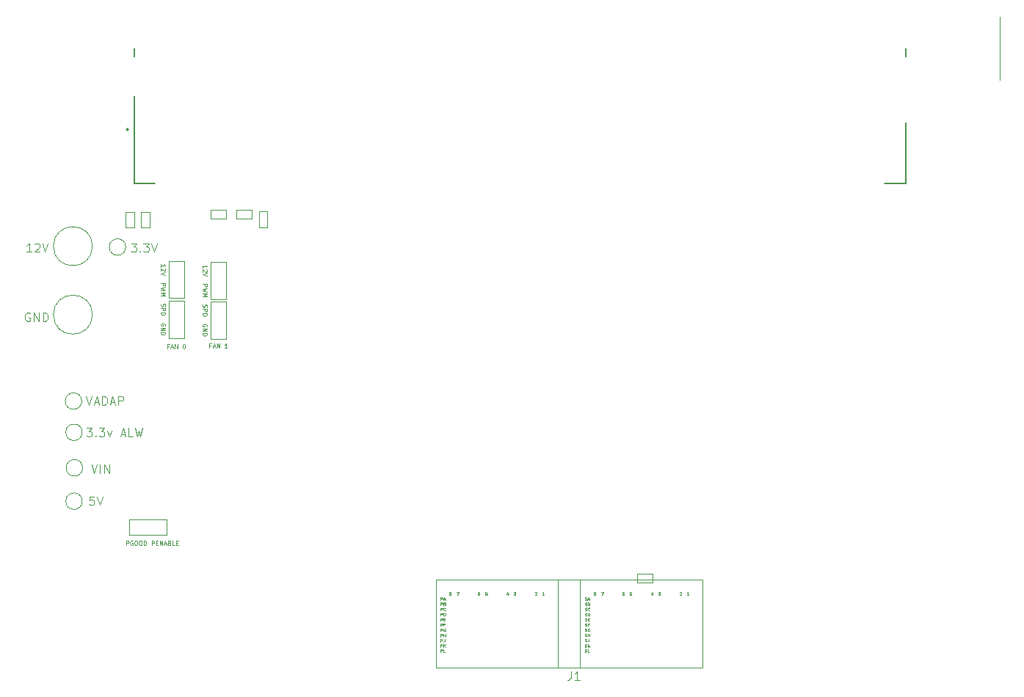
<source format=gbr>
%TF.GenerationSoftware,KiCad,Pcbnew,8.0.8*%
%TF.CreationDate,2025-08-06T16:05:48-04:00*%
%TF.ProjectId,pcie,70636965-2e6b-4696-9361-645f70636258,rev?*%
%TF.SameCoordinates,Original*%
%TF.FileFunction,Legend,Top*%
%TF.FilePolarity,Positive*%
%FSLAX46Y46*%
G04 Gerber Fmt 4.6, Leading zero omitted, Abs format (unit mm)*
G04 Created by KiCad (PCBNEW 8.0.8) date 2025-08-06 16:05:48*
%MOMM*%
%LPD*%
G01*
G04 APERTURE LIST*
%ADD10C,0.100000*%
%ADD11C,0.050000*%
%ADD12C,0.120000*%
%ADD13C,0.127000*%
%ADD14C,0.200000*%
G04 APERTURE END LIST*
D10*
X142834836Y-83708609D02*
X142834836Y-83208609D01*
X142834836Y-83208609D02*
X143025312Y-83208609D01*
X143025312Y-83208609D02*
X143072931Y-83232419D01*
X143072931Y-83232419D02*
X143096741Y-83256228D01*
X143096741Y-83256228D02*
X143120550Y-83303847D01*
X143120550Y-83303847D02*
X143120550Y-83375276D01*
X143120550Y-83375276D02*
X143096741Y-83422895D01*
X143096741Y-83422895D02*
X143072931Y-83446704D01*
X143072931Y-83446704D02*
X143025312Y-83470514D01*
X143025312Y-83470514D02*
X142834836Y-83470514D01*
X143334836Y-83446704D02*
X143501503Y-83446704D01*
X143572931Y-83708609D02*
X143334836Y-83708609D01*
X143334836Y-83708609D02*
X143334836Y-83208609D01*
X143334836Y-83208609D02*
X143572931Y-83208609D01*
X143787217Y-83708609D02*
X143787217Y-83208609D01*
X143787217Y-83208609D02*
X144072931Y-83708609D01*
X144072931Y-83708609D02*
X144072931Y-83208609D01*
X144287218Y-83565752D02*
X144525313Y-83565752D01*
X144239599Y-83708609D02*
X144406265Y-83208609D01*
X144406265Y-83208609D02*
X144572932Y-83708609D01*
X144906265Y-83446704D02*
X144977693Y-83470514D01*
X144977693Y-83470514D02*
X145001503Y-83494323D01*
X145001503Y-83494323D02*
X145025312Y-83541942D01*
X145025312Y-83541942D02*
X145025312Y-83613371D01*
X145025312Y-83613371D02*
X145001503Y-83660990D01*
X145001503Y-83660990D02*
X144977693Y-83684800D01*
X144977693Y-83684800D02*
X144930074Y-83708609D01*
X144930074Y-83708609D02*
X144739598Y-83708609D01*
X144739598Y-83708609D02*
X144739598Y-83208609D01*
X144739598Y-83208609D02*
X144906265Y-83208609D01*
X144906265Y-83208609D02*
X144953884Y-83232419D01*
X144953884Y-83232419D02*
X144977693Y-83256228D01*
X144977693Y-83256228D02*
X145001503Y-83303847D01*
X145001503Y-83303847D02*
X145001503Y-83351466D01*
X145001503Y-83351466D02*
X144977693Y-83399085D01*
X144977693Y-83399085D02*
X144953884Y-83422895D01*
X144953884Y-83422895D02*
X144906265Y-83446704D01*
X144906265Y-83446704D02*
X144739598Y-83446704D01*
X145477693Y-83708609D02*
X145239598Y-83708609D01*
X145239598Y-83708609D02*
X145239598Y-83208609D01*
X145644360Y-83446704D02*
X145811027Y-83446704D01*
X145882455Y-83708609D02*
X145644360Y-83708609D01*
X145644360Y-83708609D02*
X145644360Y-83208609D01*
X145644360Y-83208609D02*
X145882455Y-83208609D01*
X139884836Y-83683609D02*
X139884836Y-83183609D01*
X139884836Y-83183609D02*
X140075312Y-83183609D01*
X140075312Y-83183609D02*
X140122931Y-83207419D01*
X140122931Y-83207419D02*
X140146741Y-83231228D01*
X140146741Y-83231228D02*
X140170550Y-83278847D01*
X140170550Y-83278847D02*
X140170550Y-83350276D01*
X140170550Y-83350276D02*
X140146741Y-83397895D01*
X140146741Y-83397895D02*
X140122931Y-83421704D01*
X140122931Y-83421704D02*
X140075312Y-83445514D01*
X140075312Y-83445514D02*
X139884836Y-83445514D01*
X140646741Y-83207419D02*
X140599122Y-83183609D01*
X140599122Y-83183609D02*
X140527693Y-83183609D01*
X140527693Y-83183609D02*
X140456265Y-83207419D01*
X140456265Y-83207419D02*
X140408646Y-83255038D01*
X140408646Y-83255038D02*
X140384836Y-83302657D01*
X140384836Y-83302657D02*
X140361027Y-83397895D01*
X140361027Y-83397895D02*
X140361027Y-83469323D01*
X140361027Y-83469323D02*
X140384836Y-83564561D01*
X140384836Y-83564561D02*
X140408646Y-83612180D01*
X140408646Y-83612180D02*
X140456265Y-83659800D01*
X140456265Y-83659800D02*
X140527693Y-83683609D01*
X140527693Y-83683609D02*
X140575312Y-83683609D01*
X140575312Y-83683609D02*
X140646741Y-83659800D01*
X140646741Y-83659800D02*
X140670550Y-83635990D01*
X140670550Y-83635990D02*
X140670550Y-83469323D01*
X140670550Y-83469323D02*
X140575312Y-83469323D01*
X140980074Y-83183609D02*
X141075312Y-83183609D01*
X141075312Y-83183609D02*
X141122931Y-83207419D01*
X141122931Y-83207419D02*
X141170550Y-83255038D01*
X141170550Y-83255038D02*
X141194360Y-83350276D01*
X141194360Y-83350276D02*
X141194360Y-83516942D01*
X141194360Y-83516942D02*
X141170550Y-83612180D01*
X141170550Y-83612180D02*
X141122931Y-83659800D01*
X141122931Y-83659800D02*
X141075312Y-83683609D01*
X141075312Y-83683609D02*
X140980074Y-83683609D01*
X140980074Y-83683609D02*
X140932455Y-83659800D01*
X140932455Y-83659800D02*
X140884836Y-83612180D01*
X140884836Y-83612180D02*
X140861027Y-83516942D01*
X140861027Y-83516942D02*
X140861027Y-83350276D01*
X140861027Y-83350276D02*
X140884836Y-83255038D01*
X140884836Y-83255038D02*
X140932455Y-83207419D01*
X140932455Y-83207419D02*
X140980074Y-83183609D01*
X141503884Y-83183609D02*
X141599122Y-83183609D01*
X141599122Y-83183609D02*
X141646741Y-83207419D01*
X141646741Y-83207419D02*
X141694360Y-83255038D01*
X141694360Y-83255038D02*
X141718170Y-83350276D01*
X141718170Y-83350276D02*
X141718170Y-83516942D01*
X141718170Y-83516942D02*
X141694360Y-83612180D01*
X141694360Y-83612180D02*
X141646741Y-83659800D01*
X141646741Y-83659800D02*
X141599122Y-83683609D01*
X141599122Y-83683609D02*
X141503884Y-83683609D01*
X141503884Y-83683609D02*
X141456265Y-83659800D01*
X141456265Y-83659800D02*
X141408646Y-83612180D01*
X141408646Y-83612180D02*
X141384837Y-83516942D01*
X141384837Y-83516942D02*
X141384837Y-83350276D01*
X141384837Y-83350276D02*
X141408646Y-83255038D01*
X141408646Y-83255038D02*
X141456265Y-83207419D01*
X141456265Y-83207419D02*
X141503884Y-83183609D01*
X141932456Y-83683609D02*
X141932456Y-83183609D01*
X141932456Y-83183609D02*
X142051504Y-83183609D01*
X142051504Y-83183609D02*
X142122932Y-83207419D01*
X142122932Y-83207419D02*
X142170551Y-83255038D01*
X142170551Y-83255038D02*
X142194361Y-83302657D01*
X142194361Y-83302657D02*
X142218170Y-83397895D01*
X142218170Y-83397895D02*
X142218170Y-83469323D01*
X142218170Y-83469323D02*
X142194361Y-83564561D01*
X142194361Y-83564561D02*
X142170551Y-83612180D01*
X142170551Y-83612180D02*
X142122932Y-83659800D01*
X142122932Y-83659800D02*
X142051504Y-83683609D01*
X142051504Y-83683609D02*
X141932456Y-83683609D01*
X149676503Y-60671704D02*
X149509836Y-60671704D01*
X149509836Y-60933609D02*
X149509836Y-60433609D01*
X149509836Y-60433609D02*
X149747931Y-60433609D01*
X149914598Y-60790752D02*
X150152693Y-60790752D01*
X149866979Y-60933609D02*
X150033645Y-60433609D01*
X150033645Y-60433609D02*
X150200312Y-60933609D01*
X150366978Y-60933609D02*
X150366978Y-60433609D01*
X150366978Y-60433609D02*
X150652692Y-60933609D01*
X150652692Y-60933609D02*
X150652692Y-60433609D01*
X151533645Y-60933609D02*
X151247931Y-60933609D01*
X151390788Y-60933609D02*
X151390788Y-60433609D01*
X151390788Y-60433609D02*
X151343169Y-60505038D01*
X151343169Y-60505038D02*
X151295550Y-60552657D01*
X151295550Y-60552657D02*
X151247931Y-60576466D01*
X144826503Y-60746704D02*
X144659836Y-60746704D01*
X144659836Y-61008609D02*
X144659836Y-60508609D01*
X144659836Y-60508609D02*
X144897931Y-60508609D01*
X145064598Y-60865752D02*
X145302693Y-60865752D01*
X145016979Y-61008609D02*
X145183645Y-60508609D01*
X145183645Y-60508609D02*
X145350312Y-61008609D01*
X145516978Y-61008609D02*
X145516978Y-60508609D01*
X145516978Y-60508609D02*
X145802692Y-61008609D01*
X145802692Y-61008609D02*
X145802692Y-60508609D01*
X146516978Y-60508609D02*
X146564597Y-60508609D01*
X146564597Y-60508609D02*
X146612216Y-60532419D01*
X146612216Y-60532419D02*
X146636026Y-60556228D01*
X146636026Y-60556228D02*
X146659835Y-60603847D01*
X146659835Y-60603847D02*
X146683645Y-60699085D01*
X146683645Y-60699085D02*
X146683645Y-60818133D01*
X146683645Y-60818133D02*
X146659835Y-60913371D01*
X146659835Y-60913371D02*
X146636026Y-60960990D01*
X146636026Y-60960990D02*
X146612216Y-60984800D01*
X146612216Y-60984800D02*
X146564597Y-61008609D01*
X146564597Y-61008609D02*
X146516978Y-61008609D01*
X146516978Y-61008609D02*
X146469359Y-60984800D01*
X146469359Y-60984800D02*
X146445550Y-60960990D01*
X146445550Y-60960990D02*
X146421740Y-60913371D01*
X146421740Y-60913371D02*
X146397931Y-60818133D01*
X146397931Y-60818133D02*
X146397931Y-60699085D01*
X146397931Y-60699085D02*
X146421740Y-60603847D01*
X146421740Y-60603847D02*
X146445550Y-60556228D01*
X146445550Y-60556228D02*
X146469359Y-60532419D01*
X146469359Y-60532419D02*
X146516978Y-60508609D01*
D11*
X148708790Y-51698846D02*
X148708790Y-51413132D01*
X148708790Y-51555989D02*
X149208790Y-51555989D01*
X149208790Y-51555989D02*
X149137361Y-51508370D01*
X149137361Y-51508370D02*
X149089742Y-51460751D01*
X149089742Y-51460751D02*
X149065933Y-51413132D01*
X149161171Y-51889322D02*
X149184980Y-51913131D01*
X149184980Y-51913131D02*
X149208790Y-51960750D01*
X149208790Y-51960750D02*
X149208790Y-52079798D01*
X149208790Y-52079798D02*
X149184980Y-52127417D01*
X149184980Y-52127417D02*
X149161171Y-52151226D01*
X149161171Y-52151226D02*
X149113552Y-52175036D01*
X149113552Y-52175036D02*
X149065933Y-52175036D01*
X149065933Y-52175036D02*
X148994504Y-52151226D01*
X148994504Y-52151226D02*
X148708790Y-51865512D01*
X148708790Y-51865512D02*
X148708790Y-52175036D01*
X149208790Y-52317893D02*
X148708790Y-52484559D01*
X148708790Y-52484559D02*
X149208790Y-52651226D01*
X148708790Y-53579796D02*
X149208790Y-53579796D01*
X149208790Y-53579796D02*
X149208790Y-53770272D01*
X149208790Y-53770272D02*
X149184980Y-53817891D01*
X149184980Y-53817891D02*
X149161171Y-53841701D01*
X149161171Y-53841701D02*
X149113552Y-53865510D01*
X149113552Y-53865510D02*
X149042123Y-53865510D01*
X149042123Y-53865510D02*
X148994504Y-53841701D01*
X148994504Y-53841701D02*
X148970695Y-53817891D01*
X148970695Y-53817891D02*
X148946885Y-53770272D01*
X148946885Y-53770272D02*
X148946885Y-53579796D01*
X149208790Y-54032177D02*
X148708790Y-54151225D01*
X148708790Y-54151225D02*
X149065933Y-54246463D01*
X149065933Y-54246463D02*
X148708790Y-54341701D01*
X148708790Y-54341701D02*
X149208790Y-54460749D01*
X148708790Y-54651225D02*
X149208790Y-54651225D01*
X149208790Y-54651225D02*
X148851647Y-54817892D01*
X148851647Y-54817892D02*
X149208790Y-54984558D01*
X149208790Y-54984558D02*
X148708790Y-54984558D01*
X148732600Y-55960749D02*
X148708790Y-56032177D01*
X148708790Y-56032177D02*
X148708790Y-56151225D01*
X148708790Y-56151225D02*
X148732600Y-56198844D01*
X148732600Y-56198844D02*
X148756409Y-56222653D01*
X148756409Y-56222653D02*
X148804028Y-56246463D01*
X148804028Y-56246463D02*
X148851647Y-56246463D01*
X148851647Y-56246463D02*
X148899266Y-56222653D01*
X148899266Y-56222653D02*
X148923076Y-56198844D01*
X148923076Y-56198844D02*
X148946885Y-56151225D01*
X148946885Y-56151225D02*
X148970695Y-56055987D01*
X148970695Y-56055987D02*
X148994504Y-56008368D01*
X148994504Y-56008368D02*
X149018314Y-55984558D01*
X149018314Y-55984558D02*
X149065933Y-55960749D01*
X149065933Y-55960749D02*
X149113552Y-55960749D01*
X149113552Y-55960749D02*
X149161171Y-55984558D01*
X149161171Y-55984558D02*
X149184980Y-56008368D01*
X149184980Y-56008368D02*
X149208790Y-56055987D01*
X149208790Y-56055987D02*
X149208790Y-56175034D01*
X149208790Y-56175034D02*
X149184980Y-56246463D01*
X148708790Y-56460748D02*
X149208790Y-56460748D01*
X149208790Y-56460748D02*
X149208790Y-56651224D01*
X149208790Y-56651224D02*
X149184980Y-56698843D01*
X149184980Y-56698843D02*
X149161171Y-56722653D01*
X149161171Y-56722653D02*
X149113552Y-56746462D01*
X149113552Y-56746462D02*
X149042123Y-56746462D01*
X149042123Y-56746462D02*
X148994504Y-56722653D01*
X148994504Y-56722653D02*
X148970695Y-56698843D01*
X148970695Y-56698843D02*
X148946885Y-56651224D01*
X148946885Y-56651224D02*
X148946885Y-56460748D01*
X148708790Y-56960748D02*
X149208790Y-56960748D01*
X149208790Y-56960748D02*
X149208790Y-57079796D01*
X149208790Y-57079796D02*
X149184980Y-57151224D01*
X149184980Y-57151224D02*
X149137361Y-57198843D01*
X149137361Y-57198843D02*
X149089742Y-57222653D01*
X149089742Y-57222653D02*
X148994504Y-57246462D01*
X148994504Y-57246462D02*
X148923076Y-57246462D01*
X148923076Y-57246462D02*
X148827838Y-57222653D01*
X148827838Y-57222653D02*
X148780219Y-57198843D01*
X148780219Y-57198843D02*
X148732600Y-57151224D01*
X148732600Y-57151224D02*
X148708790Y-57079796D01*
X148708790Y-57079796D02*
X148708790Y-56960748D01*
X149184980Y-58484557D02*
X149208790Y-58436938D01*
X149208790Y-58436938D02*
X149208790Y-58365509D01*
X149208790Y-58365509D02*
X149184980Y-58294081D01*
X149184980Y-58294081D02*
X149137361Y-58246462D01*
X149137361Y-58246462D02*
X149089742Y-58222652D01*
X149089742Y-58222652D02*
X148994504Y-58198843D01*
X148994504Y-58198843D02*
X148923076Y-58198843D01*
X148923076Y-58198843D02*
X148827838Y-58222652D01*
X148827838Y-58222652D02*
X148780219Y-58246462D01*
X148780219Y-58246462D02*
X148732600Y-58294081D01*
X148732600Y-58294081D02*
X148708790Y-58365509D01*
X148708790Y-58365509D02*
X148708790Y-58413128D01*
X148708790Y-58413128D02*
X148732600Y-58484557D01*
X148732600Y-58484557D02*
X148756409Y-58508366D01*
X148756409Y-58508366D02*
X148923076Y-58508366D01*
X148923076Y-58508366D02*
X148923076Y-58413128D01*
X148708790Y-58722652D02*
X149208790Y-58722652D01*
X149208790Y-58722652D02*
X148708790Y-59008366D01*
X148708790Y-59008366D02*
X149208790Y-59008366D01*
X148708790Y-59246462D02*
X149208790Y-59246462D01*
X149208790Y-59246462D02*
X149208790Y-59365510D01*
X149208790Y-59365510D02*
X149184980Y-59436938D01*
X149184980Y-59436938D02*
X149137361Y-59484557D01*
X149137361Y-59484557D02*
X149089742Y-59508367D01*
X149089742Y-59508367D02*
X148994504Y-59532176D01*
X148994504Y-59532176D02*
X148923076Y-59532176D01*
X148923076Y-59532176D02*
X148827838Y-59508367D01*
X148827838Y-59508367D02*
X148780219Y-59484557D01*
X148780219Y-59484557D02*
X148732600Y-59436938D01*
X148732600Y-59436938D02*
X148708790Y-59365510D01*
X148708790Y-59365510D02*
X148708790Y-59246462D01*
X143908790Y-51593846D02*
X143908790Y-51308132D01*
X143908790Y-51450989D02*
X144408790Y-51450989D01*
X144408790Y-51450989D02*
X144337361Y-51403370D01*
X144337361Y-51403370D02*
X144289742Y-51355751D01*
X144289742Y-51355751D02*
X144265933Y-51308132D01*
X144361171Y-51784322D02*
X144384980Y-51808131D01*
X144384980Y-51808131D02*
X144408790Y-51855750D01*
X144408790Y-51855750D02*
X144408790Y-51974798D01*
X144408790Y-51974798D02*
X144384980Y-52022417D01*
X144384980Y-52022417D02*
X144361171Y-52046226D01*
X144361171Y-52046226D02*
X144313552Y-52070036D01*
X144313552Y-52070036D02*
X144265933Y-52070036D01*
X144265933Y-52070036D02*
X144194504Y-52046226D01*
X144194504Y-52046226D02*
X143908790Y-51760512D01*
X143908790Y-51760512D02*
X143908790Y-52070036D01*
X144408790Y-52212893D02*
X143908790Y-52379559D01*
X143908790Y-52379559D02*
X144408790Y-52546226D01*
X143908790Y-53474796D02*
X144408790Y-53474796D01*
X144408790Y-53474796D02*
X144408790Y-53665272D01*
X144408790Y-53665272D02*
X144384980Y-53712891D01*
X144384980Y-53712891D02*
X144361171Y-53736701D01*
X144361171Y-53736701D02*
X144313552Y-53760510D01*
X144313552Y-53760510D02*
X144242123Y-53760510D01*
X144242123Y-53760510D02*
X144194504Y-53736701D01*
X144194504Y-53736701D02*
X144170695Y-53712891D01*
X144170695Y-53712891D02*
X144146885Y-53665272D01*
X144146885Y-53665272D02*
X144146885Y-53474796D01*
X144408790Y-53927177D02*
X143908790Y-54046225D01*
X143908790Y-54046225D02*
X144265933Y-54141463D01*
X144265933Y-54141463D02*
X143908790Y-54236701D01*
X143908790Y-54236701D02*
X144408790Y-54355749D01*
X143908790Y-54546225D02*
X144408790Y-54546225D01*
X144408790Y-54546225D02*
X144051647Y-54712892D01*
X144051647Y-54712892D02*
X144408790Y-54879558D01*
X144408790Y-54879558D02*
X143908790Y-54879558D01*
X143932600Y-55855749D02*
X143908790Y-55927177D01*
X143908790Y-55927177D02*
X143908790Y-56046225D01*
X143908790Y-56046225D02*
X143932600Y-56093844D01*
X143932600Y-56093844D02*
X143956409Y-56117653D01*
X143956409Y-56117653D02*
X144004028Y-56141463D01*
X144004028Y-56141463D02*
X144051647Y-56141463D01*
X144051647Y-56141463D02*
X144099266Y-56117653D01*
X144099266Y-56117653D02*
X144123076Y-56093844D01*
X144123076Y-56093844D02*
X144146885Y-56046225D01*
X144146885Y-56046225D02*
X144170695Y-55950987D01*
X144170695Y-55950987D02*
X144194504Y-55903368D01*
X144194504Y-55903368D02*
X144218314Y-55879558D01*
X144218314Y-55879558D02*
X144265933Y-55855749D01*
X144265933Y-55855749D02*
X144313552Y-55855749D01*
X144313552Y-55855749D02*
X144361171Y-55879558D01*
X144361171Y-55879558D02*
X144384980Y-55903368D01*
X144384980Y-55903368D02*
X144408790Y-55950987D01*
X144408790Y-55950987D02*
X144408790Y-56070034D01*
X144408790Y-56070034D02*
X144384980Y-56141463D01*
X143908790Y-56355748D02*
X144408790Y-56355748D01*
X144408790Y-56355748D02*
X144408790Y-56546224D01*
X144408790Y-56546224D02*
X144384980Y-56593843D01*
X144384980Y-56593843D02*
X144361171Y-56617653D01*
X144361171Y-56617653D02*
X144313552Y-56641462D01*
X144313552Y-56641462D02*
X144242123Y-56641462D01*
X144242123Y-56641462D02*
X144194504Y-56617653D01*
X144194504Y-56617653D02*
X144170695Y-56593843D01*
X144170695Y-56593843D02*
X144146885Y-56546224D01*
X144146885Y-56546224D02*
X144146885Y-56355748D01*
X143908790Y-56855748D02*
X144408790Y-56855748D01*
X144408790Y-56855748D02*
X144408790Y-56974796D01*
X144408790Y-56974796D02*
X144384980Y-57046224D01*
X144384980Y-57046224D02*
X144337361Y-57093843D01*
X144337361Y-57093843D02*
X144289742Y-57117653D01*
X144289742Y-57117653D02*
X144194504Y-57141462D01*
X144194504Y-57141462D02*
X144123076Y-57141462D01*
X144123076Y-57141462D02*
X144027838Y-57117653D01*
X144027838Y-57117653D02*
X143980219Y-57093843D01*
X143980219Y-57093843D02*
X143932600Y-57046224D01*
X143932600Y-57046224D02*
X143908790Y-56974796D01*
X143908790Y-56974796D02*
X143908790Y-56855748D01*
X144384980Y-58379557D02*
X144408790Y-58331938D01*
X144408790Y-58331938D02*
X144408790Y-58260509D01*
X144408790Y-58260509D02*
X144384980Y-58189081D01*
X144384980Y-58189081D02*
X144337361Y-58141462D01*
X144337361Y-58141462D02*
X144289742Y-58117652D01*
X144289742Y-58117652D02*
X144194504Y-58093843D01*
X144194504Y-58093843D02*
X144123076Y-58093843D01*
X144123076Y-58093843D02*
X144027838Y-58117652D01*
X144027838Y-58117652D02*
X143980219Y-58141462D01*
X143980219Y-58141462D02*
X143932600Y-58189081D01*
X143932600Y-58189081D02*
X143908790Y-58260509D01*
X143908790Y-58260509D02*
X143908790Y-58308128D01*
X143908790Y-58308128D02*
X143932600Y-58379557D01*
X143932600Y-58379557D02*
X143956409Y-58403366D01*
X143956409Y-58403366D02*
X144123076Y-58403366D01*
X144123076Y-58403366D02*
X144123076Y-58308128D01*
X143908790Y-58617652D02*
X144408790Y-58617652D01*
X144408790Y-58617652D02*
X143908790Y-58903366D01*
X143908790Y-58903366D02*
X144408790Y-58903366D01*
X143908790Y-59141462D02*
X144408790Y-59141462D01*
X144408790Y-59141462D02*
X144408790Y-59260510D01*
X144408790Y-59260510D02*
X144384980Y-59331938D01*
X144384980Y-59331938D02*
X144337361Y-59379557D01*
X144337361Y-59379557D02*
X144289742Y-59403367D01*
X144289742Y-59403367D02*
X144194504Y-59427176D01*
X144194504Y-59427176D02*
X144123076Y-59427176D01*
X144123076Y-59427176D02*
X144027838Y-59403367D01*
X144027838Y-59403367D02*
X143980219Y-59379557D01*
X143980219Y-59379557D02*
X143932600Y-59331938D01*
X143932600Y-59331938D02*
X143908790Y-59260510D01*
X143908790Y-59260510D02*
X143908790Y-59141462D01*
D10*
X135286027Y-66512475D02*
X135619360Y-67512475D01*
X135619360Y-67512475D02*
X135952693Y-66512475D01*
X136238408Y-67226760D02*
X136714598Y-67226760D01*
X136143170Y-67512475D02*
X136476503Y-66512475D01*
X136476503Y-66512475D02*
X136809836Y-67512475D01*
X137143170Y-67512475D02*
X137143170Y-66512475D01*
X137143170Y-66512475D02*
X137381265Y-66512475D01*
X137381265Y-66512475D02*
X137524122Y-66560094D01*
X137524122Y-66560094D02*
X137619360Y-66655332D01*
X137619360Y-66655332D02*
X137666979Y-66750570D01*
X137666979Y-66750570D02*
X137714598Y-66941046D01*
X137714598Y-66941046D02*
X137714598Y-67083903D01*
X137714598Y-67083903D02*
X137666979Y-67274379D01*
X137666979Y-67274379D02*
X137619360Y-67369617D01*
X137619360Y-67369617D02*
X137524122Y-67464856D01*
X137524122Y-67464856D02*
X137381265Y-67512475D01*
X137381265Y-67512475D02*
X137143170Y-67512475D01*
X138095551Y-67226760D02*
X138571741Y-67226760D01*
X138000313Y-67512475D02*
X138333646Y-66512475D01*
X138333646Y-66512475D02*
X138666979Y-67512475D01*
X139000313Y-67512475D02*
X139000313Y-66512475D01*
X139000313Y-66512475D02*
X139381265Y-66512475D01*
X139381265Y-66512475D02*
X139476503Y-66560094D01*
X139476503Y-66560094D02*
X139524122Y-66607713D01*
X139524122Y-66607713D02*
X139571741Y-66702951D01*
X139571741Y-66702951D02*
X139571741Y-66845808D01*
X139571741Y-66845808D02*
X139524122Y-66941046D01*
X139524122Y-66941046D02*
X139476503Y-66988665D01*
X139476503Y-66988665D02*
X139381265Y-67036284D01*
X139381265Y-67036284D02*
X139000313Y-67036284D01*
X135333646Y-70172419D02*
X135952693Y-70172419D01*
X135952693Y-70172419D02*
X135619360Y-70553371D01*
X135619360Y-70553371D02*
X135762217Y-70553371D01*
X135762217Y-70553371D02*
X135857455Y-70600990D01*
X135857455Y-70600990D02*
X135905074Y-70648609D01*
X135905074Y-70648609D02*
X135952693Y-70743847D01*
X135952693Y-70743847D02*
X135952693Y-70981942D01*
X135952693Y-70981942D02*
X135905074Y-71077180D01*
X135905074Y-71077180D02*
X135857455Y-71124800D01*
X135857455Y-71124800D02*
X135762217Y-71172419D01*
X135762217Y-71172419D02*
X135476503Y-71172419D01*
X135476503Y-71172419D02*
X135381265Y-71124800D01*
X135381265Y-71124800D02*
X135333646Y-71077180D01*
X136381265Y-71077180D02*
X136428884Y-71124800D01*
X136428884Y-71124800D02*
X136381265Y-71172419D01*
X136381265Y-71172419D02*
X136333646Y-71124800D01*
X136333646Y-71124800D02*
X136381265Y-71077180D01*
X136381265Y-71077180D02*
X136381265Y-71172419D01*
X136762217Y-70172419D02*
X137381264Y-70172419D01*
X137381264Y-70172419D02*
X137047931Y-70553371D01*
X137047931Y-70553371D02*
X137190788Y-70553371D01*
X137190788Y-70553371D02*
X137286026Y-70600990D01*
X137286026Y-70600990D02*
X137333645Y-70648609D01*
X137333645Y-70648609D02*
X137381264Y-70743847D01*
X137381264Y-70743847D02*
X137381264Y-70981942D01*
X137381264Y-70981942D02*
X137333645Y-71077180D01*
X137333645Y-71077180D02*
X137286026Y-71124800D01*
X137286026Y-71124800D02*
X137190788Y-71172419D01*
X137190788Y-71172419D02*
X136905074Y-71172419D01*
X136905074Y-71172419D02*
X136809836Y-71124800D01*
X136809836Y-71124800D02*
X136762217Y-71077180D01*
X137714598Y-70505752D02*
X137952693Y-71172419D01*
X137952693Y-71172419D02*
X138190788Y-70505752D01*
X139286027Y-70886704D02*
X139762217Y-70886704D01*
X139190789Y-71172419D02*
X139524122Y-70172419D01*
X139524122Y-70172419D02*
X139857455Y-71172419D01*
X140666979Y-71172419D02*
X140190789Y-71172419D01*
X140190789Y-71172419D02*
X140190789Y-70172419D01*
X140905075Y-70172419D02*
X141143170Y-71172419D01*
X141143170Y-71172419D02*
X141333646Y-70458133D01*
X141333646Y-70458133D02*
X141524122Y-71172419D01*
X141524122Y-71172419D02*
X141762218Y-70172419D01*
X135886027Y-74372419D02*
X136219360Y-75372419D01*
X136219360Y-75372419D02*
X136552693Y-74372419D01*
X136886027Y-75372419D02*
X136886027Y-74372419D01*
X137362217Y-75372419D02*
X137362217Y-74372419D01*
X137362217Y-74372419D02*
X137933645Y-75372419D01*
X137933645Y-75372419D02*
X137933645Y-74372419D01*
X136155074Y-78072419D02*
X135678884Y-78072419D01*
X135678884Y-78072419D02*
X135631265Y-78548609D01*
X135631265Y-78548609D02*
X135678884Y-78500990D01*
X135678884Y-78500990D02*
X135774122Y-78453371D01*
X135774122Y-78453371D02*
X136012217Y-78453371D01*
X136012217Y-78453371D02*
X136107455Y-78500990D01*
X136107455Y-78500990D02*
X136155074Y-78548609D01*
X136155074Y-78548609D02*
X136202693Y-78643847D01*
X136202693Y-78643847D02*
X136202693Y-78881942D01*
X136202693Y-78881942D02*
X136155074Y-78977180D01*
X136155074Y-78977180D02*
X136107455Y-79024800D01*
X136107455Y-79024800D02*
X136012217Y-79072419D01*
X136012217Y-79072419D02*
X135774122Y-79072419D01*
X135774122Y-79072419D02*
X135678884Y-79024800D01*
X135678884Y-79024800D02*
X135631265Y-78977180D01*
X136488408Y-78072419D02*
X136821741Y-79072419D01*
X136821741Y-79072419D02*
X137155074Y-78072419D01*
X128777693Y-56920038D02*
X128682455Y-56872419D01*
X128682455Y-56872419D02*
X128539598Y-56872419D01*
X128539598Y-56872419D02*
X128396741Y-56920038D01*
X128396741Y-56920038D02*
X128301503Y-57015276D01*
X128301503Y-57015276D02*
X128253884Y-57110514D01*
X128253884Y-57110514D02*
X128206265Y-57300990D01*
X128206265Y-57300990D02*
X128206265Y-57443847D01*
X128206265Y-57443847D02*
X128253884Y-57634323D01*
X128253884Y-57634323D02*
X128301503Y-57729561D01*
X128301503Y-57729561D02*
X128396741Y-57824800D01*
X128396741Y-57824800D02*
X128539598Y-57872419D01*
X128539598Y-57872419D02*
X128634836Y-57872419D01*
X128634836Y-57872419D02*
X128777693Y-57824800D01*
X128777693Y-57824800D02*
X128825312Y-57777180D01*
X128825312Y-57777180D02*
X128825312Y-57443847D01*
X128825312Y-57443847D02*
X128634836Y-57443847D01*
X129253884Y-57872419D02*
X129253884Y-56872419D01*
X129253884Y-56872419D02*
X129825312Y-57872419D01*
X129825312Y-57872419D02*
X129825312Y-56872419D01*
X130301503Y-57872419D02*
X130301503Y-56872419D01*
X130301503Y-56872419D02*
X130539598Y-56872419D01*
X130539598Y-56872419D02*
X130682455Y-56920038D01*
X130682455Y-56920038D02*
X130777693Y-57015276D01*
X130777693Y-57015276D02*
X130825312Y-57110514D01*
X130825312Y-57110514D02*
X130872931Y-57300990D01*
X130872931Y-57300990D02*
X130872931Y-57443847D01*
X130872931Y-57443847D02*
X130825312Y-57634323D01*
X130825312Y-57634323D02*
X130777693Y-57729561D01*
X130777693Y-57729561D02*
X130682455Y-57824800D01*
X130682455Y-57824800D02*
X130539598Y-57872419D01*
X130539598Y-57872419D02*
X130301503Y-57872419D01*
X140458646Y-48872419D02*
X141077693Y-48872419D01*
X141077693Y-48872419D02*
X140744360Y-49253371D01*
X140744360Y-49253371D02*
X140887217Y-49253371D01*
X140887217Y-49253371D02*
X140982455Y-49300990D01*
X140982455Y-49300990D02*
X141030074Y-49348609D01*
X141030074Y-49348609D02*
X141077693Y-49443847D01*
X141077693Y-49443847D02*
X141077693Y-49681942D01*
X141077693Y-49681942D02*
X141030074Y-49777180D01*
X141030074Y-49777180D02*
X140982455Y-49824800D01*
X140982455Y-49824800D02*
X140887217Y-49872419D01*
X140887217Y-49872419D02*
X140601503Y-49872419D01*
X140601503Y-49872419D02*
X140506265Y-49824800D01*
X140506265Y-49824800D02*
X140458646Y-49777180D01*
X141506265Y-49777180D02*
X141553884Y-49824800D01*
X141553884Y-49824800D02*
X141506265Y-49872419D01*
X141506265Y-49872419D02*
X141458646Y-49824800D01*
X141458646Y-49824800D02*
X141506265Y-49777180D01*
X141506265Y-49777180D02*
X141506265Y-49872419D01*
X141887217Y-48872419D02*
X142506264Y-48872419D01*
X142506264Y-48872419D02*
X142172931Y-49253371D01*
X142172931Y-49253371D02*
X142315788Y-49253371D01*
X142315788Y-49253371D02*
X142411026Y-49300990D01*
X142411026Y-49300990D02*
X142458645Y-49348609D01*
X142458645Y-49348609D02*
X142506264Y-49443847D01*
X142506264Y-49443847D02*
X142506264Y-49681942D01*
X142506264Y-49681942D02*
X142458645Y-49777180D01*
X142458645Y-49777180D02*
X142411026Y-49824800D01*
X142411026Y-49824800D02*
X142315788Y-49872419D01*
X142315788Y-49872419D02*
X142030074Y-49872419D01*
X142030074Y-49872419D02*
X141934836Y-49824800D01*
X141934836Y-49824800D02*
X141887217Y-49777180D01*
X142791979Y-48872419D02*
X143125312Y-49872419D01*
X143125312Y-49872419D02*
X143458645Y-48872419D01*
X128977693Y-49872419D02*
X128406265Y-49872419D01*
X128691979Y-49872419D02*
X128691979Y-48872419D01*
X128691979Y-48872419D02*
X128596741Y-49015276D01*
X128596741Y-49015276D02*
X128501503Y-49110514D01*
X128501503Y-49110514D02*
X128406265Y-49158133D01*
X129358646Y-48967657D02*
X129406265Y-48920038D01*
X129406265Y-48920038D02*
X129501503Y-48872419D01*
X129501503Y-48872419D02*
X129739598Y-48872419D01*
X129739598Y-48872419D02*
X129834836Y-48920038D01*
X129834836Y-48920038D02*
X129882455Y-48967657D01*
X129882455Y-48967657D02*
X129930074Y-49062895D01*
X129930074Y-49062895D02*
X129930074Y-49158133D01*
X129930074Y-49158133D02*
X129882455Y-49300990D01*
X129882455Y-49300990D02*
X129311027Y-49872419D01*
X129311027Y-49872419D02*
X129930074Y-49872419D01*
X130215789Y-48872419D02*
X130549122Y-49872419D01*
X130549122Y-49872419D02*
X130882455Y-48872419D01*
X240640000Y-30000000D02*
X240640000Y-22700000D01*
X191186666Y-98257419D02*
X191186666Y-98971704D01*
X191186666Y-98971704D02*
X191139047Y-99114561D01*
X191139047Y-99114561D02*
X191043809Y-99209800D01*
X191043809Y-99209800D02*
X190900952Y-99257419D01*
X190900952Y-99257419D02*
X190805714Y-99257419D01*
X192186666Y-99257419D02*
X191615238Y-99257419D01*
X191900952Y-99257419D02*
X191900952Y-98257419D01*
X191900952Y-98257419D02*
X191805714Y-98400276D01*
X191805714Y-98400276D02*
X191710476Y-98495514D01*
X191710476Y-98495514D02*
X191615238Y-98543133D01*
D11*
X176166227Y-90640685D02*
X176166227Y-90340685D01*
X176166227Y-90340685D02*
X176299560Y-90340685D01*
X176299560Y-90340685D02*
X176332894Y-90354971D01*
X176332894Y-90354971D02*
X176349560Y-90369257D01*
X176349560Y-90369257D02*
X176366227Y-90397828D01*
X176366227Y-90397828D02*
X176366227Y-90440685D01*
X176366227Y-90440685D02*
X176349560Y-90469257D01*
X176349560Y-90469257D02*
X176332894Y-90483542D01*
X176332894Y-90483542D02*
X176299560Y-90497828D01*
X176299560Y-90497828D02*
X176166227Y-90497828D01*
X176632894Y-90483542D02*
X176682894Y-90497828D01*
X176682894Y-90497828D02*
X176699560Y-90512114D01*
X176699560Y-90512114D02*
X176716227Y-90540685D01*
X176716227Y-90540685D02*
X176716227Y-90583542D01*
X176716227Y-90583542D02*
X176699560Y-90612114D01*
X176699560Y-90612114D02*
X176682894Y-90626400D01*
X176682894Y-90626400D02*
X176649560Y-90640685D01*
X176649560Y-90640685D02*
X176516227Y-90640685D01*
X176516227Y-90640685D02*
X176516227Y-90340685D01*
X176516227Y-90340685D02*
X176632894Y-90340685D01*
X176632894Y-90340685D02*
X176666227Y-90354971D01*
X176666227Y-90354971D02*
X176682894Y-90369257D01*
X176682894Y-90369257D02*
X176699560Y-90397828D01*
X176699560Y-90397828D02*
X176699560Y-90426400D01*
X176699560Y-90426400D02*
X176682894Y-90454971D01*
X176682894Y-90454971D02*
X176666227Y-90469257D01*
X176666227Y-90469257D02*
X176632894Y-90483542D01*
X176632894Y-90483542D02*
X176516227Y-90483542D01*
X176166227Y-95440685D02*
X176166227Y-95140685D01*
X176166227Y-95140685D02*
X176299560Y-95140685D01*
X176299560Y-95140685D02*
X176332894Y-95154971D01*
X176332894Y-95154971D02*
X176349560Y-95169257D01*
X176349560Y-95169257D02*
X176366227Y-95197828D01*
X176366227Y-95197828D02*
X176366227Y-95240685D01*
X176366227Y-95240685D02*
X176349560Y-95269257D01*
X176349560Y-95269257D02*
X176332894Y-95283542D01*
X176332894Y-95283542D02*
X176299560Y-95297828D01*
X176299560Y-95297828D02*
X176166227Y-95297828D01*
X176516227Y-95440685D02*
X176516227Y-95140685D01*
X176716227Y-95440685D02*
X176566227Y-95269257D01*
X176716227Y-95140685D02*
X176516227Y-95312114D01*
X188120000Y-89440685D02*
X187920000Y-89440685D01*
X188020000Y-89440685D02*
X188020000Y-89140685D01*
X188020000Y-89140685D02*
X187986667Y-89183542D01*
X187986667Y-89183542D02*
X187953334Y-89212114D01*
X187953334Y-89212114D02*
X187920000Y-89226400D01*
X183926667Y-89240685D02*
X183926667Y-89440685D01*
X183843334Y-89126400D02*
X183760000Y-89340685D01*
X183760000Y-89340685D02*
X183976667Y-89340685D01*
X192809560Y-94816400D02*
X192859560Y-94830685D01*
X192859560Y-94830685D02*
X192942894Y-94830685D01*
X192942894Y-94830685D02*
X192976227Y-94816400D01*
X192976227Y-94816400D02*
X192992894Y-94802114D01*
X192992894Y-94802114D02*
X193009560Y-94773542D01*
X193009560Y-94773542D02*
X193009560Y-94744971D01*
X193009560Y-94744971D02*
X192992894Y-94716400D01*
X192992894Y-94716400D02*
X192976227Y-94702114D01*
X192976227Y-94702114D02*
X192942894Y-94687828D01*
X192942894Y-94687828D02*
X192876227Y-94673542D01*
X192876227Y-94673542D02*
X192842894Y-94659257D01*
X192842894Y-94659257D02*
X192826227Y-94644971D01*
X192826227Y-94644971D02*
X192809560Y-94616400D01*
X192809560Y-94616400D02*
X192809560Y-94587828D01*
X192809560Y-94587828D02*
X192826227Y-94559257D01*
X192826227Y-94559257D02*
X192842894Y-94544971D01*
X192842894Y-94544971D02*
X192876227Y-94530685D01*
X192876227Y-94530685D02*
X192959560Y-94530685D01*
X192959560Y-94530685D02*
X193009560Y-94544971D01*
X193259560Y-94530685D02*
X193259560Y-94744971D01*
X193259560Y-94744971D02*
X193242893Y-94787828D01*
X193242893Y-94787828D02*
X193209560Y-94816400D01*
X193209560Y-94816400D02*
X193159560Y-94830685D01*
X193159560Y-94830685D02*
X193126227Y-94830685D01*
X192809560Y-95416400D02*
X192859560Y-95430685D01*
X192859560Y-95430685D02*
X192942894Y-95430685D01*
X192942894Y-95430685D02*
X192976227Y-95416400D01*
X192976227Y-95416400D02*
X192992894Y-95402114D01*
X192992894Y-95402114D02*
X193009560Y-95373542D01*
X193009560Y-95373542D02*
X193009560Y-95344971D01*
X193009560Y-95344971D02*
X192992894Y-95316400D01*
X192992894Y-95316400D02*
X192976227Y-95302114D01*
X192976227Y-95302114D02*
X192942894Y-95287828D01*
X192942894Y-95287828D02*
X192876227Y-95273542D01*
X192876227Y-95273542D02*
X192842894Y-95259257D01*
X192842894Y-95259257D02*
X192826227Y-95244971D01*
X192826227Y-95244971D02*
X192809560Y-95216400D01*
X192809560Y-95216400D02*
X192809560Y-95187828D01*
X192809560Y-95187828D02*
X192826227Y-95159257D01*
X192826227Y-95159257D02*
X192842894Y-95144971D01*
X192842894Y-95144971D02*
X192876227Y-95130685D01*
X192876227Y-95130685D02*
X192959560Y-95130685D01*
X192959560Y-95130685D02*
X193009560Y-95144971D01*
X193159560Y-95430685D02*
X193159560Y-95130685D01*
X193359560Y-95430685D02*
X193209560Y-95259257D01*
X193359560Y-95130685D02*
X193159560Y-95302114D01*
X176166227Y-94240685D02*
X176166227Y-93940685D01*
X176166227Y-93940685D02*
X176299560Y-93940685D01*
X176299560Y-93940685D02*
X176332894Y-93954971D01*
X176332894Y-93954971D02*
X176349560Y-93969257D01*
X176349560Y-93969257D02*
X176366227Y-93997828D01*
X176366227Y-93997828D02*
X176366227Y-94040685D01*
X176366227Y-94040685D02*
X176349560Y-94069257D01*
X176349560Y-94069257D02*
X176332894Y-94083542D01*
X176332894Y-94083542D02*
X176299560Y-94097828D01*
X176299560Y-94097828D02*
X176166227Y-94097828D01*
X176516227Y-94240685D02*
X176516227Y-93940685D01*
X176516227Y-94083542D02*
X176716227Y-94083542D01*
X176716227Y-94240685D02*
X176716227Y-93940685D01*
X176166227Y-96040685D02*
X176166227Y-95740685D01*
X176166227Y-95740685D02*
X176299560Y-95740685D01*
X176299560Y-95740685D02*
X176332894Y-95754971D01*
X176332894Y-95754971D02*
X176349560Y-95769257D01*
X176349560Y-95769257D02*
X176366227Y-95797828D01*
X176366227Y-95797828D02*
X176366227Y-95840685D01*
X176366227Y-95840685D02*
X176349560Y-95869257D01*
X176349560Y-95869257D02*
X176332894Y-95883542D01*
X176332894Y-95883542D02*
X176299560Y-95897828D01*
X176299560Y-95897828D02*
X176166227Y-95897828D01*
X176682894Y-96040685D02*
X176516227Y-96040685D01*
X176516227Y-96040685D02*
X176516227Y-95740685D01*
X176166227Y-94840685D02*
X176166227Y-94540685D01*
X176166227Y-94540685D02*
X176299560Y-94540685D01*
X176299560Y-94540685D02*
X176332894Y-94554971D01*
X176332894Y-94554971D02*
X176349560Y-94569257D01*
X176349560Y-94569257D02*
X176366227Y-94597828D01*
X176366227Y-94597828D02*
X176366227Y-94640685D01*
X176366227Y-94640685D02*
X176349560Y-94669257D01*
X176349560Y-94669257D02*
X176332894Y-94683542D01*
X176332894Y-94683542D02*
X176299560Y-94697828D01*
X176299560Y-94697828D02*
X176166227Y-94697828D01*
X176616227Y-94540685D02*
X176616227Y-94754971D01*
X176616227Y-94754971D02*
X176599560Y-94797828D01*
X176599560Y-94797828D02*
X176566227Y-94826400D01*
X176566227Y-94826400D02*
X176516227Y-94840685D01*
X176516227Y-94840685D02*
X176482894Y-94840685D01*
X193886667Y-89259257D02*
X193853334Y-89244971D01*
X193853334Y-89244971D02*
X193836667Y-89230685D01*
X193836667Y-89230685D02*
X193820000Y-89202114D01*
X193820000Y-89202114D02*
X193820000Y-89187828D01*
X193820000Y-89187828D02*
X193836667Y-89159257D01*
X193836667Y-89159257D02*
X193853334Y-89144971D01*
X193853334Y-89144971D02*
X193886667Y-89130685D01*
X193886667Y-89130685D02*
X193953334Y-89130685D01*
X193953334Y-89130685D02*
X193986667Y-89144971D01*
X193986667Y-89144971D02*
X194003334Y-89159257D01*
X194003334Y-89159257D02*
X194020000Y-89187828D01*
X194020000Y-89187828D02*
X194020000Y-89202114D01*
X194020000Y-89202114D02*
X194003334Y-89230685D01*
X194003334Y-89230685D02*
X193986667Y-89244971D01*
X193986667Y-89244971D02*
X193953334Y-89259257D01*
X193953334Y-89259257D02*
X193886667Y-89259257D01*
X193886667Y-89259257D02*
X193853334Y-89273542D01*
X193853334Y-89273542D02*
X193836667Y-89287828D01*
X193836667Y-89287828D02*
X193820000Y-89316400D01*
X193820000Y-89316400D02*
X193820000Y-89373542D01*
X193820000Y-89373542D02*
X193836667Y-89402114D01*
X193836667Y-89402114D02*
X193853334Y-89416400D01*
X193853334Y-89416400D02*
X193886667Y-89430685D01*
X193886667Y-89430685D02*
X193953334Y-89430685D01*
X193953334Y-89430685D02*
X193986667Y-89416400D01*
X193986667Y-89416400D02*
X194003334Y-89402114D01*
X194003334Y-89402114D02*
X194020000Y-89373542D01*
X194020000Y-89373542D02*
X194020000Y-89316400D01*
X194020000Y-89316400D02*
X194003334Y-89287828D01*
X194003334Y-89287828D02*
X193986667Y-89273542D01*
X193986667Y-89273542D02*
X193953334Y-89259257D01*
X192809560Y-93016400D02*
X192859560Y-93030685D01*
X192859560Y-93030685D02*
X192942894Y-93030685D01*
X192942894Y-93030685D02*
X192976227Y-93016400D01*
X192976227Y-93016400D02*
X192992894Y-93002114D01*
X192992894Y-93002114D02*
X193009560Y-92973542D01*
X193009560Y-92973542D02*
X193009560Y-92944971D01*
X193009560Y-92944971D02*
X192992894Y-92916400D01*
X192992894Y-92916400D02*
X192976227Y-92902114D01*
X192976227Y-92902114D02*
X192942894Y-92887828D01*
X192942894Y-92887828D02*
X192876227Y-92873542D01*
X192876227Y-92873542D02*
X192842894Y-92859257D01*
X192842894Y-92859257D02*
X192826227Y-92844971D01*
X192826227Y-92844971D02*
X192809560Y-92816400D01*
X192809560Y-92816400D02*
X192809560Y-92787828D01*
X192809560Y-92787828D02*
X192826227Y-92759257D01*
X192826227Y-92759257D02*
X192842894Y-92744971D01*
X192842894Y-92744971D02*
X192876227Y-92730685D01*
X192876227Y-92730685D02*
X192959560Y-92730685D01*
X192959560Y-92730685D02*
X193009560Y-92744971D01*
X193276227Y-92873542D02*
X193159560Y-92873542D01*
X193159560Y-93030685D02*
X193159560Y-92730685D01*
X193159560Y-92730685D02*
X193326227Y-92730685D01*
X192809560Y-94216400D02*
X192859560Y-94230685D01*
X192859560Y-94230685D02*
X192942894Y-94230685D01*
X192942894Y-94230685D02*
X192976227Y-94216400D01*
X192976227Y-94216400D02*
X192992894Y-94202114D01*
X192992894Y-94202114D02*
X193009560Y-94173542D01*
X193009560Y-94173542D02*
X193009560Y-94144971D01*
X193009560Y-94144971D02*
X192992894Y-94116400D01*
X192992894Y-94116400D02*
X192976227Y-94102114D01*
X192976227Y-94102114D02*
X192942894Y-94087828D01*
X192942894Y-94087828D02*
X192876227Y-94073542D01*
X192876227Y-94073542D02*
X192842894Y-94059257D01*
X192842894Y-94059257D02*
X192826227Y-94044971D01*
X192826227Y-94044971D02*
X192809560Y-94016400D01*
X192809560Y-94016400D02*
X192809560Y-93987828D01*
X192809560Y-93987828D02*
X192826227Y-93959257D01*
X192826227Y-93959257D02*
X192842894Y-93944971D01*
X192842894Y-93944971D02*
X192876227Y-93930685D01*
X192876227Y-93930685D02*
X192959560Y-93930685D01*
X192959560Y-93930685D02*
X193009560Y-93944971D01*
X193159560Y-94230685D02*
X193159560Y-93930685D01*
X193159560Y-94073542D02*
X193359560Y-94073542D01*
X193359560Y-94230685D02*
X193359560Y-93930685D01*
X197286667Y-89130685D02*
X197220000Y-89130685D01*
X197220000Y-89130685D02*
X197186667Y-89144971D01*
X197186667Y-89144971D02*
X197170000Y-89159257D01*
X197170000Y-89159257D02*
X197136667Y-89202114D01*
X197136667Y-89202114D02*
X197120000Y-89259257D01*
X197120000Y-89259257D02*
X197120000Y-89373542D01*
X197120000Y-89373542D02*
X197136667Y-89402114D01*
X197136667Y-89402114D02*
X197153334Y-89416400D01*
X197153334Y-89416400D02*
X197186667Y-89430685D01*
X197186667Y-89430685D02*
X197253334Y-89430685D01*
X197253334Y-89430685D02*
X197286667Y-89416400D01*
X197286667Y-89416400D02*
X197303334Y-89402114D01*
X197303334Y-89402114D02*
X197320000Y-89373542D01*
X197320000Y-89373542D02*
X197320000Y-89302114D01*
X197320000Y-89302114D02*
X197303334Y-89273542D01*
X197303334Y-89273542D02*
X197286667Y-89259257D01*
X197286667Y-89259257D02*
X197253334Y-89244971D01*
X197253334Y-89244971D02*
X197186667Y-89244971D01*
X197186667Y-89244971D02*
X197153334Y-89259257D01*
X197153334Y-89259257D02*
X197136667Y-89273542D01*
X197136667Y-89273542D02*
X197120000Y-89302114D01*
X177226667Y-89269257D02*
X177193334Y-89254971D01*
X177193334Y-89254971D02*
X177176667Y-89240685D01*
X177176667Y-89240685D02*
X177160000Y-89212114D01*
X177160000Y-89212114D02*
X177160000Y-89197828D01*
X177160000Y-89197828D02*
X177176667Y-89169257D01*
X177176667Y-89169257D02*
X177193334Y-89154971D01*
X177193334Y-89154971D02*
X177226667Y-89140685D01*
X177226667Y-89140685D02*
X177293334Y-89140685D01*
X177293334Y-89140685D02*
X177326667Y-89154971D01*
X177326667Y-89154971D02*
X177343334Y-89169257D01*
X177343334Y-89169257D02*
X177360000Y-89197828D01*
X177360000Y-89197828D02*
X177360000Y-89212114D01*
X177360000Y-89212114D02*
X177343334Y-89240685D01*
X177343334Y-89240685D02*
X177326667Y-89254971D01*
X177326667Y-89254971D02*
X177293334Y-89269257D01*
X177293334Y-89269257D02*
X177226667Y-89269257D01*
X177226667Y-89269257D02*
X177193334Y-89283542D01*
X177193334Y-89283542D02*
X177176667Y-89297828D01*
X177176667Y-89297828D02*
X177160000Y-89326400D01*
X177160000Y-89326400D02*
X177160000Y-89383542D01*
X177160000Y-89383542D02*
X177176667Y-89412114D01*
X177176667Y-89412114D02*
X177193334Y-89426400D01*
X177193334Y-89426400D02*
X177226667Y-89440685D01*
X177226667Y-89440685D02*
X177293334Y-89440685D01*
X177293334Y-89440685D02*
X177326667Y-89426400D01*
X177326667Y-89426400D02*
X177343334Y-89412114D01*
X177343334Y-89412114D02*
X177360000Y-89383542D01*
X177360000Y-89383542D02*
X177360000Y-89326400D01*
X177360000Y-89326400D02*
X177343334Y-89297828D01*
X177343334Y-89297828D02*
X177326667Y-89283542D01*
X177326667Y-89283542D02*
X177293334Y-89269257D01*
X204780000Y-89430685D02*
X204580000Y-89430685D01*
X204680000Y-89430685D02*
X204680000Y-89130685D01*
X204680000Y-89130685D02*
X204646667Y-89173542D01*
X204646667Y-89173542D02*
X204613334Y-89202114D01*
X204613334Y-89202114D02*
X204580000Y-89216400D01*
X203720000Y-89159257D02*
X203736667Y-89144971D01*
X203736667Y-89144971D02*
X203770000Y-89130685D01*
X203770000Y-89130685D02*
X203853334Y-89130685D01*
X203853334Y-89130685D02*
X203886667Y-89144971D01*
X203886667Y-89144971D02*
X203903334Y-89159257D01*
X203903334Y-89159257D02*
X203920000Y-89187828D01*
X203920000Y-89187828D02*
X203920000Y-89216400D01*
X203920000Y-89216400D02*
X203903334Y-89259257D01*
X203903334Y-89259257D02*
X203703334Y-89430685D01*
X203703334Y-89430685D02*
X203920000Y-89430685D01*
X192809560Y-91216400D02*
X192859560Y-91230685D01*
X192859560Y-91230685D02*
X192942894Y-91230685D01*
X192942894Y-91230685D02*
X192976227Y-91216400D01*
X192976227Y-91216400D02*
X192992894Y-91202114D01*
X192992894Y-91202114D02*
X193009560Y-91173542D01*
X193009560Y-91173542D02*
X193009560Y-91144971D01*
X193009560Y-91144971D02*
X192992894Y-91116400D01*
X192992894Y-91116400D02*
X192976227Y-91102114D01*
X192976227Y-91102114D02*
X192942894Y-91087828D01*
X192942894Y-91087828D02*
X192876227Y-91073542D01*
X192876227Y-91073542D02*
X192842894Y-91059257D01*
X192842894Y-91059257D02*
X192826227Y-91044971D01*
X192826227Y-91044971D02*
X192809560Y-91016400D01*
X192809560Y-91016400D02*
X192809560Y-90987828D01*
X192809560Y-90987828D02*
X192826227Y-90959257D01*
X192826227Y-90959257D02*
X192842894Y-90944971D01*
X192842894Y-90944971D02*
X192876227Y-90930685D01*
X192876227Y-90930685D02*
X192959560Y-90930685D01*
X192959560Y-90930685D02*
X193009560Y-90944971D01*
X193359560Y-91202114D02*
X193342893Y-91216400D01*
X193342893Y-91216400D02*
X193292893Y-91230685D01*
X193292893Y-91230685D02*
X193259560Y-91230685D01*
X193259560Y-91230685D02*
X193209560Y-91216400D01*
X193209560Y-91216400D02*
X193176227Y-91187828D01*
X193176227Y-91187828D02*
X193159560Y-91159257D01*
X193159560Y-91159257D02*
X193142893Y-91102114D01*
X193142893Y-91102114D02*
X193142893Y-91059257D01*
X193142893Y-91059257D02*
X193159560Y-91002114D01*
X193159560Y-91002114D02*
X193176227Y-90973542D01*
X193176227Y-90973542D02*
X193209560Y-90944971D01*
X193209560Y-90944971D02*
X193259560Y-90930685D01*
X193259560Y-90930685D02*
X193292893Y-90930685D01*
X193292893Y-90930685D02*
X193342893Y-90944971D01*
X193342893Y-90944971D02*
X193359560Y-90959257D01*
X192809560Y-92416400D02*
X192859560Y-92430685D01*
X192859560Y-92430685D02*
X192942894Y-92430685D01*
X192942894Y-92430685D02*
X192976227Y-92416400D01*
X192976227Y-92416400D02*
X192992894Y-92402114D01*
X192992894Y-92402114D02*
X193009560Y-92373542D01*
X193009560Y-92373542D02*
X193009560Y-92344971D01*
X193009560Y-92344971D02*
X192992894Y-92316400D01*
X192992894Y-92316400D02*
X192976227Y-92302114D01*
X192976227Y-92302114D02*
X192942894Y-92287828D01*
X192942894Y-92287828D02*
X192876227Y-92273542D01*
X192876227Y-92273542D02*
X192842894Y-92259257D01*
X192842894Y-92259257D02*
X192826227Y-92244971D01*
X192826227Y-92244971D02*
X192809560Y-92216400D01*
X192809560Y-92216400D02*
X192809560Y-92187828D01*
X192809560Y-92187828D02*
X192826227Y-92159257D01*
X192826227Y-92159257D02*
X192842894Y-92144971D01*
X192842894Y-92144971D02*
X192876227Y-92130685D01*
X192876227Y-92130685D02*
X192959560Y-92130685D01*
X192959560Y-92130685D02*
X193009560Y-92144971D01*
X193159560Y-92273542D02*
X193276227Y-92273542D01*
X193326227Y-92430685D02*
X193159560Y-92430685D01*
X193159560Y-92430685D02*
X193159560Y-92130685D01*
X193159560Y-92130685D02*
X193326227Y-92130685D01*
X201263334Y-89130685D02*
X201480000Y-89130685D01*
X201480000Y-89130685D02*
X201363334Y-89244971D01*
X201363334Y-89244971D02*
X201413334Y-89244971D01*
X201413334Y-89244971D02*
X201446667Y-89259257D01*
X201446667Y-89259257D02*
X201463334Y-89273542D01*
X201463334Y-89273542D02*
X201480000Y-89302114D01*
X201480000Y-89302114D02*
X201480000Y-89373542D01*
X201480000Y-89373542D02*
X201463334Y-89402114D01*
X201463334Y-89402114D02*
X201446667Y-89416400D01*
X201446667Y-89416400D02*
X201413334Y-89430685D01*
X201413334Y-89430685D02*
X201313334Y-89430685D01*
X201313334Y-89430685D02*
X201280000Y-89416400D01*
X201280000Y-89416400D02*
X201263334Y-89402114D01*
X176166227Y-92440685D02*
X176166227Y-92140685D01*
X176166227Y-92140685D02*
X176299560Y-92140685D01*
X176299560Y-92140685D02*
X176332894Y-92154971D01*
X176332894Y-92154971D02*
X176349560Y-92169257D01*
X176349560Y-92169257D02*
X176366227Y-92197828D01*
X176366227Y-92197828D02*
X176366227Y-92240685D01*
X176366227Y-92240685D02*
X176349560Y-92269257D01*
X176349560Y-92269257D02*
X176332894Y-92283542D01*
X176332894Y-92283542D02*
X176299560Y-92297828D01*
X176299560Y-92297828D02*
X176166227Y-92297828D01*
X176516227Y-92283542D02*
X176632894Y-92283542D01*
X176682894Y-92440685D02*
X176516227Y-92440685D01*
X176516227Y-92440685D02*
X176516227Y-92140685D01*
X176516227Y-92140685D02*
X176682894Y-92140685D01*
X181503334Y-89140685D02*
X181336667Y-89140685D01*
X181336667Y-89140685D02*
X181320000Y-89283542D01*
X181320000Y-89283542D02*
X181336667Y-89269257D01*
X181336667Y-89269257D02*
X181370000Y-89254971D01*
X181370000Y-89254971D02*
X181453334Y-89254971D01*
X181453334Y-89254971D02*
X181486667Y-89269257D01*
X181486667Y-89269257D02*
X181503334Y-89283542D01*
X181503334Y-89283542D02*
X181520000Y-89312114D01*
X181520000Y-89312114D02*
X181520000Y-89383542D01*
X181520000Y-89383542D02*
X181503334Y-89412114D01*
X181503334Y-89412114D02*
X181486667Y-89426400D01*
X181486667Y-89426400D02*
X181453334Y-89440685D01*
X181453334Y-89440685D02*
X181370000Y-89440685D01*
X181370000Y-89440685D02*
X181336667Y-89426400D01*
X181336667Y-89426400D02*
X181320000Y-89412114D01*
X176166227Y-91240685D02*
X176166227Y-90940685D01*
X176166227Y-90940685D02*
X176299560Y-90940685D01*
X176299560Y-90940685D02*
X176332894Y-90954971D01*
X176332894Y-90954971D02*
X176349560Y-90969257D01*
X176349560Y-90969257D02*
X176366227Y-90997828D01*
X176366227Y-90997828D02*
X176366227Y-91040685D01*
X176366227Y-91040685D02*
X176349560Y-91069257D01*
X176349560Y-91069257D02*
X176332894Y-91083542D01*
X176332894Y-91083542D02*
X176299560Y-91097828D01*
X176299560Y-91097828D02*
X176166227Y-91097828D01*
X176716227Y-91212114D02*
X176699560Y-91226400D01*
X176699560Y-91226400D02*
X176649560Y-91240685D01*
X176649560Y-91240685D02*
X176616227Y-91240685D01*
X176616227Y-91240685D02*
X176566227Y-91226400D01*
X176566227Y-91226400D02*
X176532894Y-91197828D01*
X176532894Y-91197828D02*
X176516227Y-91169257D01*
X176516227Y-91169257D02*
X176499560Y-91112114D01*
X176499560Y-91112114D02*
X176499560Y-91069257D01*
X176499560Y-91069257D02*
X176516227Y-91012114D01*
X176516227Y-91012114D02*
X176532894Y-90983542D01*
X176532894Y-90983542D02*
X176566227Y-90954971D01*
X176566227Y-90954971D02*
X176616227Y-90940685D01*
X176616227Y-90940685D02*
X176649560Y-90940685D01*
X176649560Y-90940685D02*
X176699560Y-90954971D01*
X176699560Y-90954971D02*
X176716227Y-90969257D01*
X176166227Y-93040685D02*
X176166227Y-92740685D01*
X176166227Y-92740685D02*
X176299560Y-92740685D01*
X176299560Y-92740685D02*
X176332894Y-92754971D01*
X176332894Y-92754971D02*
X176349560Y-92769257D01*
X176349560Y-92769257D02*
X176366227Y-92797828D01*
X176366227Y-92797828D02*
X176366227Y-92840685D01*
X176366227Y-92840685D02*
X176349560Y-92869257D01*
X176349560Y-92869257D02*
X176332894Y-92883542D01*
X176332894Y-92883542D02*
X176299560Y-92897828D01*
X176299560Y-92897828D02*
X176166227Y-92897828D01*
X176632894Y-92883542D02*
X176516227Y-92883542D01*
X176516227Y-93040685D02*
X176516227Y-92740685D01*
X176516227Y-92740685D02*
X176682894Y-92740685D01*
X176166227Y-90040685D02*
X176166227Y-89740685D01*
X176166227Y-89740685D02*
X176299560Y-89740685D01*
X176299560Y-89740685D02*
X176332894Y-89754971D01*
X176332894Y-89754971D02*
X176349560Y-89769257D01*
X176349560Y-89769257D02*
X176366227Y-89797828D01*
X176366227Y-89797828D02*
X176366227Y-89840685D01*
X176366227Y-89840685D02*
X176349560Y-89869257D01*
X176349560Y-89869257D02*
X176332894Y-89883542D01*
X176332894Y-89883542D02*
X176299560Y-89897828D01*
X176299560Y-89897828D02*
X176166227Y-89897828D01*
X176499560Y-89954971D02*
X176666227Y-89954971D01*
X176466227Y-90040685D02*
X176582894Y-89740685D01*
X176582894Y-89740685D02*
X176699560Y-90040685D01*
X187060000Y-89169257D02*
X187076667Y-89154971D01*
X187076667Y-89154971D02*
X187110000Y-89140685D01*
X187110000Y-89140685D02*
X187193334Y-89140685D01*
X187193334Y-89140685D02*
X187226667Y-89154971D01*
X187226667Y-89154971D02*
X187243334Y-89169257D01*
X187243334Y-89169257D02*
X187260000Y-89197828D01*
X187260000Y-89197828D02*
X187260000Y-89226400D01*
X187260000Y-89226400D02*
X187243334Y-89269257D01*
X187243334Y-89269257D02*
X187043334Y-89440685D01*
X187043334Y-89440685D02*
X187260000Y-89440685D01*
X192809560Y-90016400D02*
X192859560Y-90030685D01*
X192859560Y-90030685D02*
X192942894Y-90030685D01*
X192942894Y-90030685D02*
X192976227Y-90016400D01*
X192976227Y-90016400D02*
X192992894Y-90002114D01*
X192992894Y-90002114D02*
X193009560Y-89973542D01*
X193009560Y-89973542D02*
X193009560Y-89944971D01*
X193009560Y-89944971D02*
X192992894Y-89916400D01*
X192992894Y-89916400D02*
X192976227Y-89902114D01*
X192976227Y-89902114D02*
X192942894Y-89887828D01*
X192942894Y-89887828D02*
X192876227Y-89873542D01*
X192876227Y-89873542D02*
X192842894Y-89859257D01*
X192842894Y-89859257D02*
X192826227Y-89844971D01*
X192826227Y-89844971D02*
X192809560Y-89816400D01*
X192809560Y-89816400D02*
X192809560Y-89787828D01*
X192809560Y-89787828D02*
X192826227Y-89759257D01*
X192826227Y-89759257D02*
X192842894Y-89744971D01*
X192842894Y-89744971D02*
X192876227Y-89730685D01*
X192876227Y-89730685D02*
X192959560Y-89730685D01*
X192959560Y-89730685D02*
X193009560Y-89744971D01*
X193142893Y-89944971D02*
X193309560Y-89944971D01*
X193109560Y-90030685D02*
X193226227Y-89730685D01*
X193226227Y-89730685D02*
X193342893Y-90030685D01*
X178003334Y-89140685D02*
X178236667Y-89140685D01*
X178236667Y-89140685D02*
X178086667Y-89440685D01*
X200586667Y-89230685D02*
X200586667Y-89430685D01*
X200503334Y-89116400D02*
X200420000Y-89330685D01*
X200420000Y-89330685D02*
X200636667Y-89330685D01*
X176166227Y-93640685D02*
X176166227Y-93340685D01*
X176166227Y-93340685D02*
X176299560Y-93340685D01*
X176299560Y-93340685D02*
X176332894Y-93354971D01*
X176332894Y-93354971D02*
X176349560Y-93369257D01*
X176349560Y-93369257D02*
X176366227Y-93397828D01*
X176366227Y-93397828D02*
X176366227Y-93440685D01*
X176366227Y-93440685D02*
X176349560Y-93469257D01*
X176349560Y-93469257D02*
X176332894Y-93483542D01*
X176332894Y-93483542D02*
X176299560Y-93497828D01*
X176299560Y-93497828D02*
X176166227Y-93497828D01*
X176699560Y-93354971D02*
X176666227Y-93340685D01*
X176666227Y-93340685D02*
X176616227Y-93340685D01*
X176616227Y-93340685D02*
X176566227Y-93354971D01*
X176566227Y-93354971D02*
X176532894Y-93383542D01*
X176532894Y-93383542D02*
X176516227Y-93412114D01*
X176516227Y-93412114D02*
X176499560Y-93469257D01*
X176499560Y-93469257D02*
X176499560Y-93512114D01*
X176499560Y-93512114D02*
X176516227Y-93569257D01*
X176516227Y-93569257D02*
X176532894Y-93597828D01*
X176532894Y-93597828D02*
X176566227Y-93626400D01*
X176566227Y-93626400D02*
X176616227Y-93640685D01*
X176616227Y-93640685D02*
X176649560Y-93640685D01*
X176649560Y-93640685D02*
X176699560Y-93626400D01*
X176699560Y-93626400D02*
X176716227Y-93612114D01*
X176716227Y-93612114D02*
X176716227Y-93512114D01*
X176716227Y-93512114D02*
X176649560Y-93512114D01*
X184603334Y-89140685D02*
X184820000Y-89140685D01*
X184820000Y-89140685D02*
X184703334Y-89254971D01*
X184703334Y-89254971D02*
X184753334Y-89254971D01*
X184753334Y-89254971D02*
X184786667Y-89269257D01*
X184786667Y-89269257D02*
X184803334Y-89283542D01*
X184803334Y-89283542D02*
X184820000Y-89312114D01*
X184820000Y-89312114D02*
X184820000Y-89383542D01*
X184820000Y-89383542D02*
X184803334Y-89412114D01*
X184803334Y-89412114D02*
X184786667Y-89426400D01*
X184786667Y-89426400D02*
X184753334Y-89440685D01*
X184753334Y-89440685D02*
X184653334Y-89440685D01*
X184653334Y-89440685D02*
X184620000Y-89426400D01*
X184620000Y-89426400D02*
X184603334Y-89412114D01*
X192809560Y-93616400D02*
X192859560Y-93630685D01*
X192859560Y-93630685D02*
X192942894Y-93630685D01*
X192942894Y-93630685D02*
X192976227Y-93616400D01*
X192976227Y-93616400D02*
X192992894Y-93602114D01*
X192992894Y-93602114D02*
X193009560Y-93573542D01*
X193009560Y-93573542D02*
X193009560Y-93544971D01*
X193009560Y-93544971D02*
X192992894Y-93516400D01*
X192992894Y-93516400D02*
X192976227Y-93502114D01*
X192976227Y-93502114D02*
X192942894Y-93487828D01*
X192942894Y-93487828D02*
X192876227Y-93473542D01*
X192876227Y-93473542D02*
X192842894Y-93459257D01*
X192842894Y-93459257D02*
X192826227Y-93444971D01*
X192826227Y-93444971D02*
X192809560Y-93416400D01*
X192809560Y-93416400D02*
X192809560Y-93387828D01*
X192809560Y-93387828D02*
X192826227Y-93359257D01*
X192826227Y-93359257D02*
X192842894Y-93344971D01*
X192842894Y-93344971D02*
X192876227Y-93330685D01*
X192876227Y-93330685D02*
X192959560Y-93330685D01*
X192959560Y-93330685D02*
X193009560Y-93344971D01*
X193342893Y-93344971D02*
X193309560Y-93330685D01*
X193309560Y-93330685D02*
X193259560Y-93330685D01*
X193259560Y-93330685D02*
X193209560Y-93344971D01*
X193209560Y-93344971D02*
X193176227Y-93373542D01*
X193176227Y-93373542D02*
X193159560Y-93402114D01*
X193159560Y-93402114D02*
X193142893Y-93459257D01*
X193142893Y-93459257D02*
X193142893Y-93502114D01*
X193142893Y-93502114D02*
X193159560Y-93559257D01*
X193159560Y-93559257D02*
X193176227Y-93587828D01*
X193176227Y-93587828D02*
X193209560Y-93616400D01*
X193209560Y-93616400D02*
X193259560Y-93630685D01*
X193259560Y-93630685D02*
X193292893Y-93630685D01*
X193292893Y-93630685D02*
X193342893Y-93616400D01*
X193342893Y-93616400D02*
X193359560Y-93602114D01*
X193359560Y-93602114D02*
X193359560Y-93502114D01*
X193359560Y-93502114D02*
X193292893Y-93502114D01*
X192809560Y-91816400D02*
X192859560Y-91830685D01*
X192859560Y-91830685D02*
X192942894Y-91830685D01*
X192942894Y-91830685D02*
X192976227Y-91816400D01*
X192976227Y-91816400D02*
X192992894Y-91802114D01*
X192992894Y-91802114D02*
X193009560Y-91773542D01*
X193009560Y-91773542D02*
X193009560Y-91744971D01*
X193009560Y-91744971D02*
X192992894Y-91716400D01*
X192992894Y-91716400D02*
X192976227Y-91702114D01*
X192976227Y-91702114D02*
X192942894Y-91687828D01*
X192942894Y-91687828D02*
X192876227Y-91673542D01*
X192876227Y-91673542D02*
X192842894Y-91659257D01*
X192842894Y-91659257D02*
X192826227Y-91644971D01*
X192826227Y-91644971D02*
X192809560Y-91616400D01*
X192809560Y-91616400D02*
X192809560Y-91587828D01*
X192809560Y-91587828D02*
X192826227Y-91559257D01*
X192826227Y-91559257D02*
X192842894Y-91544971D01*
X192842894Y-91544971D02*
X192876227Y-91530685D01*
X192876227Y-91530685D02*
X192959560Y-91530685D01*
X192959560Y-91530685D02*
X193009560Y-91544971D01*
X193159560Y-91830685D02*
X193159560Y-91530685D01*
X193159560Y-91530685D02*
X193242893Y-91530685D01*
X193242893Y-91530685D02*
X193292893Y-91544971D01*
X193292893Y-91544971D02*
X193326227Y-91573542D01*
X193326227Y-91573542D02*
X193342893Y-91602114D01*
X193342893Y-91602114D02*
X193359560Y-91659257D01*
X193359560Y-91659257D02*
X193359560Y-91702114D01*
X193359560Y-91702114D02*
X193342893Y-91759257D01*
X193342893Y-91759257D02*
X193326227Y-91787828D01*
X193326227Y-91787828D02*
X193292893Y-91816400D01*
X193292893Y-91816400D02*
X193242893Y-91830685D01*
X193242893Y-91830685D02*
X193159560Y-91830685D01*
X194663334Y-89130685D02*
X194896667Y-89130685D01*
X194896667Y-89130685D02*
X194746667Y-89430685D01*
X192809560Y-96016400D02*
X192859560Y-96030685D01*
X192859560Y-96030685D02*
X192942894Y-96030685D01*
X192942894Y-96030685D02*
X192976227Y-96016400D01*
X192976227Y-96016400D02*
X192992894Y-96002114D01*
X192992894Y-96002114D02*
X193009560Y-95973542D01*
X193009560Y-95973542D02*
X193009560Y-95944971D01*
X193009560Y-95944971D02*
X192992894Y-95916400D01*
X192992894Y-95916400D02*
X192976227Y-95902114D01*
X192976227Y-95902114D02*
X192942894Y-95887828D01*
X192942894Y-95887828D02*
X192876227Y-95873542D01*
X192876227Y-95873542D02*
X192842894Y-95859257D01*
X192842894Y-95859257D02*
X192826227Y-95844971D01*
X192826227Y-95844971D02*
X192809560Y-95816400D01*
X192809560Y-95816400D02*
X192809560Y-95787828D01*
X192809560Y-95787828D02*
X192826227Y-95759257D01*
X192826227Y-95759257D02*
X192842894Y-95744971D01*
X192842894Y-95744971D02*
X192876227Y-95730685D01*
X192876227Y-95730685D02*
X192959560Y-95730685D01*
X192959560Y-95730685D02*
X193009560Y-95744971D01*
X193326227Y-96030685D02*
X193159560Y-96030685D01*
X193159560Y-96030685D02*
X193159560Y-95730685D01*
X180626667Y-89140685D02*
X180560000Y-89140685D01*
X180560000Y-89140685D02*
X180526667Y-89154971D01*
X180526667Y-89154971D02*
X180510000Y-89169257D01*
X180510000Y-89169257D02*
X180476667Y-89212114D01*
X180476667Y-89212114D02*
X180460000Y-89269257D01*
X180460000Y-89269257D02*
X180460000Y-89383542D01*
X180460000Y-89383542D02*
X180476667Y-89412114D01*
X180476667Y-89412114D02*
X180493334Y-89426400D01*
X180493334Y-89426400D02*
X180526667Y-89440685D01*
X180526667Y-89440685D02*
X180593334Y-89440685D01*
X180593334Y-89440685D02*
X180626667Y-89426400D01*
X180626667Y-89426400D02*
X180643334Y-89412114D01*
X180643334Y-89412114D02*
X180660000Y-89383542D01*
X180660000Y-89383542D02*
X180660000Y-89312114D01*
X180660000Y-89312114D02*
X180643334Y-89283542D01*
X180643334Y-89283542D02*
X180626667Y-89269257D01*
X180626667Y-89269257D02*
X180593334Y-89254971D01*
X180593334Y-89254971D02*
X180526667Y-89254971D01*
X180526667Y-89254971D02*
X180493334Y-89269257D01*
X180493334Y-89269257D02*
X180476667Y-89283542D01*
X180476667Y-89283542D02*
X180460000Y-89312114D01*
X176166227Y-91840685D02*
X176166227Y-91540685D01*
X176166227Y-91540685D02*
X176299560Y-91540685D01*
X176299560Y-91540685D02*
X176332894Y-91554971D01*
X176332894Y-91554971D02*
X176349560Y-91569257D01*
X176349560Y-91569257D02*
X176366227Y-91597828D01*
X176366227Y-91597828D02*
X176366227Y-91640685D01*
X176366227Y-91640685D02*
X176349560Y-91669257D01*
X176349560Y-91669257D02*
X176332894Y-91683542D01*
X176332894Y-91683542D02*
X176299560Y-91697828D01*
X176299560Y-91697828D02*
X176166227Y-91697828D01*
X176516227Y-91840685D02*
X176516227Y-91540685D01*
X176516227Y-91540685D02*
X176599560Y-91540685D01*
X176599560Y-91540685D02*
X176649560Y-91554971D01*
X176649560Y-91554971D02*
X176682894Y-91583542D01*
X176682894Y-91583542D02*
X176699560Y-91612114D01*
X176699560Y-91612114D02*
X176716227Y-91669257D01*
X176716227Y-91669257D02*
X176716227Y-91712114D01*
X176716227Y-91712114D02*
X176699560Y-91769257D01*
X176699560Y-91769257D02*
X176682894Y-91797828D01*
X176682894Y-91797828D02*
X176649560Y-91826400D01*
X176649560Y-91826400D02*
X176599560Y-91840685D01*
X176599560Y-91840685D02*
X176516227Y-91840685D01*
X198163334Y-89130685D02*
X197996667Y-89130685D01*
X197996667Y-89130685D02*
X197980000Y-89273542D01*
X197980000Y-89273542D02*
X197996667Y-89259257D01*
X197996667Y-89259257D02*
X198030000Y-89244971D01*
X198030000Y-89244971D02*
X198113334Y-89244971D01*
X198113334Y-89244971D02*
X198146667Y-89259257D01*
X198146667Y-89259257D02*
X198163334Y-89273542D01*
X198163334Y-89273542D02*
X198180000Y-89302114D01*
X198180000Y-89302114D02*
X198180000Y-89373542D01*
X198180000Y-89373542D02*
X198163334Y-89402114D01*
X198163334Y-89402114D02*
X198146667Y-89416400D01*
X198146667Y-89416400D02*
X198113334Y-89430685D01*
X198113334Y-89430685D02*
X198030000Y-89430685D01*
X198030000Y-89430685D02*
X197996667Y-89416400D01*
X197996667Y-89416400D02*
X197980000Y-89402114D01*
X192809560Y-90616400D02*
X192859560Y-90630685D01*
X192859560Y-90630685D02*
X192942894Y-90630685D01*
X192942894Y-90630685D02*
X192976227Y-90616400D01*
X192976227Y-90616400D02*
X192992894Y-90602114D01*
X192992894Y-90602114D02*
X193009560Y-90573542D01*
X193009560Y-90573542D02*
X193009560Y-90544971D01*
X193009560Y-90544971D02*
X192992894Y-90516400D01*
X192992894Y-90516400D02*
X192976227Y-90502114D01*
X192976227Y-90502114D02*
X192942894Y-90487828D01*
X192942894Y-90487828D02*
X192876227Y-90473542D01*
X192876227Y-90473542D02*
X192842894Y-90459257D01*
X192842894Y-90459257D02*
X192826227Y-90444971D01*
X192826227Y-90444971D02*
X192809560Y-90416400D01*
X192809560Y-90416400D02*
X192809560Y-90387828D01*
X192809560Y-90387828D02*
X192826227Y-90359257D01*
X192826227Y-90359257D02*
X192842894Y-90344971D01*
X192842894Y-90344971D02*
X192876227Y-90330685D01*
X192876227Y-90330685D02*
X192959560Y-90330685D01*
X192959560Y-90330685D02*
X193009560Y-90344971D01*
X193276227Y-90473542D02*
X193326227Y-90487828D01*
X193326227Y-90487828D02*
X193342893Y-90502114D01*
X193342893Y-90502114D02*
X193359560Y-90530685D01*
X193359560Y-90530685D02*
X193359560Y-90573542D01*
X193359560Y-90573542D02*
X193342893Y-90602114D01*
X193342893Y-90602114D02*
X193326227Y-90616400D01*
X193326227Y-90616400D02*
X193292893Y-90630685D01*
X193292893Y-90630685D02*
X193159560Y-90630685D01*
X193159560Y-90630685D02*
X193159560Y-90330685D01*
X193159560Y-90330685D02*
X193276227Y-90330685D01*
X193276227Y-90330685D02*
X193309560Y-90344971D01*
X193309560Y-90344971D02*
X193326227Y-90359257D01*
X193326227Y-90359257D02*
X193342893Y-90387828D01*
X193342893Y-90387828D02*
X193342893Y-90416400D01*
X193342893Y-90416400D02*
X193326227Y-90444971D01*
X193326227Y-90444971D02*
X193309560Y-90459257D01*
X193309560Y-90459257D02*
X193276227Y-90473542D01*
X193276227Y-90473542D02*
X193159560Y-90473542D01*
D12*
%TO.C,REF\u002A\u002A*%
X140280000Y-80750000D02*
X140280000Y-82550000D01*
X140280000Y-80750000D02*
X144580000Y-80750000D01*
X144580000Y-82550000D02*
X140280000Y-82550000D01*
X144580000Y-82550000D02*
X144580000Y-80750000D01*
X151425000Y-51010000D02*
X149625000Y-51010000D01*
X151425000Y-51010000D02*
X151425000Y-55310000D01*
X149625000Y-55310000D02*
X149625000Y-51010000D01*
X149625000Y-55310000D02*
X151425000Y-55310000D01*
X151420000Y-55590000D02*
X149620000Y-55590000D01*
X151420000Y-55590000D02*
X151420000Y-59890000D01*
X149620000Y-59890000D02*
X149620000Y-55590000D01*
X149620000Y-59890000D02*
X151420000Y-59890000D01*
X146620000Y-55485000D02*
X144820000Y-55485000D01*
X146620000Y-55485000D02*
X146620000Y-59785000D01*
X144820000Y-59785000D02*
X144820000Y-55485000D01*
X144820000Y-59785000D02*
X146620000Y-59785000D01*
X146625000Y-50905000D02*
X144825000Y-50905000D01*
X146625000Y-50905000D02*
X146625000Y-55205000D01*
X144825000Y-55205000D02*
X144825000Y-50905000D01*
X144825000Y-55205000D02*
X146625000Y-55205000D01*
X134775000Y-67075000D02*
G75*
G02*
X132875000Y-67075000I-950000J0D01*
G01*
X132875000Y-67075000D02*
G75*
G02*
X134775000Y-67075000I950000J0D01*
G01*
X134875000Y-74775000D02*
G75*
G02*
X132975000Y-74775000I-950000J0D01*
G01*
X132975000Y-74775000D02*
G75*
G02*
X134875000Y-74775000I950000J0D01*
G01*
X134825000Y-78625000D02*
G75*
G02*
X132925000Y-78625000I-950000J0D01*
G01*
X132925000Y-78625000D02*
G75*
G02*
X134825000Y-78625000I950000J0D01*
G01*
X134825000Y-70675000D02*
G75*
G02*
X132925000Y-70675000I-950000J0D01*
G01*
X132925000Y-70675000D02*
G75*
G02*
X134825000Y-70675000I950000J0D01*
G01*
X136000000Y-57100000D02*
G75*
G02*
X131500000Y-57100000I-2250000J0D01*
G01*
X131500000Y-57100000D02*
G75*
G02*
X136000000Y-57100000I2250000J0D01*
G01*
X139850000Y-49300000D02*
G75*
G02*
X137950000Y-49300000I-950000J0D01*
G01*
X137950000Y-49300000D02*
G75*
G02*
X139850000Y-49300000I950000J0D01*
G01*
X136000000Y-49200000D02*
G75*
G02*
X131500000Y-49200000I-2250000J0D01*
G01*
X131500000Y-49200000D02*
G75*
G02*
X136000000Y-49200000I2250000J0D01*
G01*
D13*
%TO.C,J2*%
X140800000Y-26400000D02*
X140800000Y-27280000D01*
X140800000Y-31920000D02*
X140800000Y-42000000D01*
X140800000Y-42000000D02*
X143205000Y-42000000D01*
X227395000Y-42000000D02*
X229800000Y-42000000D01*
X229800000Y-26400000D02*
X229800000Y-27280000D01*
X229800000Y-42000000D02*
X229800000Y-34970000D01*
D14*
X140133000Y-35727000D02*
G75*
G02*
X139933000Y-35727000I-100000J0D01*
G01*
X139933000Y-35727000D02*
G75*
G02*
X140133000Y-35727000I100000J0D01*
G01*
%TO.C,R3*%
D10*
X142600000Y-45250000D02*
X141600000Y-45250000D01*
X141600000Y-47050000D01*
X142600000Y-47050000D01*
X142600000Y-45250000D01*
%TO.C,R7*%
X198800000Y-87000000D02*
X200600000Y-87000000D01*
X200600000Y-88000000D01*
X198800000Y-88000000D01*
X198800000Y-87000000D01*
%TO.C,R2*%
X152600000Y-45000000D02*
X154400000Y-45000000D01*
X154400000Y-46000000D01*
X152600000Y-46000000D01*
X152600000Y-45000000D01*
%TO.C,R5*%
X140850000Y-45250000D02*
X139850000Y-45250000D01*
X139850000Y-47050000D01*
X140850000Y-47050000D01*
X140850000Y-45250000D01*
%TO.C,J1*%
X192250000Y-87700000D02*
X206350000Y-87700000D01*
X206350000Y-97800000D01*
X192250000Y-97800000D01*
X192250000Y-87700000D01*
X175600000Y-87700000D02*
X206350000Y-87700000D01*
X206350000Y-97800000D01*
X175600000Y-97800000D01*
X175600000Y-87700000D01*
X175600000Y-87700000D02*
X189700000Y-87700000D01*
X189700000Y-97800000D01*
X175600000Y-97800000D01*
X175600000Y-87700000D01*
%TO.C,R1*%
X149600000Y-45000000D02*
X151400000Y-45000000D01*
X151400000Y-46000000D01*
X149600000Y-46000000D01*
X149600000Y-45000000D01*
%TO.C,R4*%
X156200000Y-45200000D02*
X155200000Y-45200000D01*
X155200000Y-47000000D01*
X156200000Y-47000000D01*
X156200000Y-45200000D01*
%TD*%
M02*

</source>
